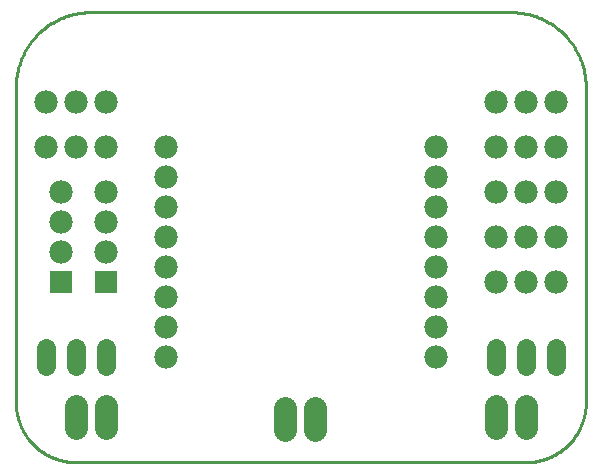
<source format=gbs>
G75*
%MOIN*%
%OFA0B0*%
%FSLAX25Y25*%
%IPPOS*%
%LPD*%
%AMOC8*
5,1,8,0,0,1.08239X$1,22.5*
%
%ADD10C,0.01000*%
%ADD11C,0.07800*%
%ADD12R,0.07800X0.07800*%
%ADD13C,0.07800*%
%ADD14C,0.06400*%
D10*
X0021800Y0011250D02*
X0171800Y0011250D01*
X0172283Y0011256D01*
X0172766Y0011273D01*
X0173249Y0011303D01*
X0173730Y0011343D01*
X0174211Y0011396D01*
X0174690Y0011460D01*
X0175167Y0011535D01*
X0175643Y0011623D01*
X0176116Y0011721D01*
X0176586Y0011831D01*
X0177054Y0011952D01*
X0177519Y0012085D01*
X0177980Y0012229D01*
X0178438Y0012384D01*
X0178892Y0012550D01*
X0179342Y0012727D01*
X0179787Y0012914D01*
X0180228Y0013113D01*
X0180664Y0013321D01*
X0181094Y0013541D01*
X0181520Y0013771D01*
X0181939Y0014011D01*
X0182353Y0014261D01*
X0182760Y0014521D01*
X0183161Y0014790D01*
X0183556Y0015070D01*
X0183943Y0015358D01*
X0184324Y0015657D01*
X0184697Y0015964D01*
X0185062Y0016280D01*
X0185420Y0016605D01*
X0185770Y0016938D01*
X0186112Y0017280D01*
X0186445Y0017630D01*
X0186770Y0017988D01*
X0187086Y0018353D01*
X0187393Y0018726D01*
X0187692Y0019107D01*
X0187980Y0019494D01*
X0188260Y0019889D01*
X0188529Y0020290D01*
X0188789Y0020697D01*
X0189039Y0021111D01*
X0189279Y0021530D01*
X0189509Y0021956D01*
X0189729Y0022386D01*
X0189937Y0022822D01*
X0190136Y0023263D01*
X0190323Y0023708D01*
X0190500Y0024158D01*
X0190666Y0024612D01*
X0190821Y0025070D01*
X0190965Y0025531D01*
X0191098Y0025996D01*
X0191219Y0026464D01*
X0191329Y0026934D01*
X0191427Y0027407D01*
X0191515Y0027883D01*
X0191590Y0028360D01*
X0191654Y0028839D01*
X0191707Y0029320D01*
X0191747Y0029801D01*
X0191777Y0030284D01*
X0191794Y0030767D01*
X0191800Y0031250D01*
X0191800Y0136250D01*
X0191793Y0136854D01*
X0191771Y0137458D01*
X0191734Y0138061D01*
X0191683Y0138663D01*
X0191618Y0139263D01*
X0191538Y0139862D01*
X0191443Y0140459D01*
X0191334Y0141053D01*
X0191211Y0141645D01*
X0191074Y0142233D01*
X0190922Y0142818D01*
X0190756Y0143399D01*
X0190576Y0143975D01*
X0190383Y0144548D01*
X0190175Y0145115D01*
X0189954Y0145677D01*
X0189720Y0146234D01*
X0189472Y0146785D01*
X0189211Y0147330D01*
X0188936Y0147868D01*
X0188649Y0148400D01*
X0188349Y0148924D01*
X0188037Y0149441D01*
X0187712Y0149950D01*
X0187375Y0150452D01*
X0187025Y0150945D01*
X0186664Y0151429D01*
X0186292Y0151905D01*
X0185908Y0152371D01*
X0185513Y0152828D01*
X0185107Y0153275D01*
X0184690Y0153713D01*
X0184263Y0154140D01*
X0183825Y0154557D01*
X0183378Y0154963D01*
X0182921Y0155358D01*
X0182455Y0155742D01*
X0181979Y0156114D01*
X0181495Y0156475D01*
X0181002Y0156825D01*
X0180500Y0157162D01*
X0179991Y0157487D01*
X0179474Y0157799D01*
X0178950Y0158099D01*
X0178418Y0158386D01*
X0177880Y0158661D01*
X0177335Y0158922D01*
X0176784Y0159170D01*
X0176227Y0159404D01*
X0175665Y0159625D01*
X0175098Y0159833D01*
X0174525Y0160026D01*
X0173949Y0160206D01*
X0173368Y0160372D01*
X0172783Y0160524D01*
X0172195Y0160661D01*
X0171603Y0160784D01*
X0171009Y0160893D01*
X0170412Y0160988D01*
X0169813Y0161068D01*
X0169213Y0161133D01*
X0168611Y0161184D01*
X0168008Y0161221D01*
X0167404Y0161243D01*
X0166800Y0161250D01*
X0026800Y0161250D01*
X0026196Y0161243D01*
X0025592Y0161221D01*
X0024989Y0161184D01*
X0024387Y0161133D01*
X0023787Y0161068D01*
X0023188Y0160988D01*
X0022591Y0160893D01*
X0021997Y0160784D01*
X0021405Y0160661D01*
X0020817Y0160524D01*
X0020232Y0160372D01*
X0019651Y0160206D01*
X0019075Y0160026D01*
X0018502Y0159833D01*
X0017935Y0159625D01*
X0017373Y0159404D01*
X0016816Y0159170D01*
X0016265Y0158922D01*
X0015720Y0158661D01*
X0015182Y0158386D01*
X0014650Y0158099D01*
X0014126Y0157799D01*
X0013609Y0157487D01*
X0013100Y0157162D01*
X0012598Y0156825D01*
X0012105Y0156475D01*
X0011621Y0156114D01*
X0011145Y0155742D01*
X0010679Y0155358D01*
X0010222Y0154963D01*
X0009775Y0154557D01*
X0009337Y0154140D01*
X0008910Y0153713D01*
X0008493Y0153275D01*
X0008087Y0152828D01*
X0007692Y0152371D01*
X0007308Y0151905D01*
X0006936Y0151429D01*
X0006575Y0150945D01*
X0006225Y0150452D01*
X0005888Y0149950D01*
X0005563Y0149441D01*
X0005251Y0148924D01*
X0004951Y0148400D01*
X0004664Y0147868D01*
X0004389Y0147330D01*
X0004128Y0146785D01*
X0003880Y0146234D01*
X0003646Y0145677D01*
X0003425Y0145115D01*
X0003217Y0144548D01*
X0003024Y0143975D01*
X0002844Y0143399D01*
X0002678Y0142818D01*
X0002526Y0142233D01*
X0002389Y0141645D01*
X0002266Y0141053D01*
X0002157Y0140459D01*
X0002062Y0139862D01*
X0001982Y0139263D01*
X0001917Y0138663D01*
X0001866Y0138061D01*
X0001829Y0137458D01*
X0001807Y0136854D01*
X0001800Y0136250D01*
X0001800Y0031250D01*
X0001806Y0030767D01*
X0001823Y0030284D01*
X0001853Y0029801D01*
X0001893Y0029320D01*
X0001946Y0028839D01*
X0002010Y0028360D01*
X0002085Y0027883D01*
X0002173Y0027407D01*
X0002271Y0026934D01*
X0002381Y0026464D01*
X0002502Y0025996D01*
X0002635Y0025531D01*
X0002779Y0025070D01*
X0002934Y0024612D01*
X0003100Y0024158D01*
X0003277Y0023708D01*
X0003464Y0023263D01*
X0003663Y0022822D01*
X0003871Y0022386D01*
X0004091Y0021956D01*
X0004321Y0021530D01*
X0004561Y0021111D01*
X0004811Y0020697D01*
X0005071Y0020290D01*
X0005340Y0019889D01*
X0005620Y0019494D01*
X0005908Y0019107D01*
X0006207Y0018726D01*
X0006514Y0018353D01*
X0006830Y0017988D01*
X0007155Y0017630D01*
X0007488Y0017280D01*
X0007830Y0016938D01*
X0008180Y0016605D01*
X0008538Y0016280D01*
X0008903Y0015964D01*
X0009276Y0015657D01*
X0009657Y0015358D01*
X0010044Y0015070D01*
X0010439Y0014790D01*
X0010840Y0014521D01*
X0011247Y0014261D01*
X0011661Y0014011D01*
X0012080Y0013771D01*
X0012506Y0013541D01*
X0012936Y0013321D01*
X0013372Y0013113D01*
X0013813Y0012914D01*
X0014258Y0012727D01*
X0014708Y0012550D01*
X0015162Y0012384D01*
X0015620Y0012229D01*
X0016081Y0012085D01*
X0016546Y0011952D01*
X0017014Y0011831D01*
X0017484Y0011721D01*
X0017957Y0011623D01*
X0018433Y0011535D01*
X0018910Y0011460D01*
X0019389Y0011396D01*
X0019870Y0011343D01*
X0020351Y0011303D01*
X0020834Y0011273D01*
X0021317Y0011256D01*
X0021800Y0011250D01*
D11*
X0051800Y0046250D03*
X0051800Y0056250D03*
X0051800Y0066250D03*
X0051800Y0076250D03*
X0051800Y0086250D03*
X0051800Y0096250D03*
X0051800Y0106250D03*
X0051800Y0116250D03*
X0031800Y0116250D03*
X0021800Y0116250D03*
X0011800Y0116250D03*
X0011800Y0131250D03*
X0021800Y0131250D03*
X0031800Y0131250D03*
X0031800Y0101250D03*
X0031800Y0091250D03*
X0031800Y0081250D03*
X0016800Y0081250D03*
X0016800Y0091250D03*
X0016800Y0101250D03*
X0141800Y0096250D03*
X0141800Y0106250D03*
X0141800Y0116250D03*
X0161800Y0116250D03*
X0171800Y0116250D03*
X0181800Y0116250D03*
X0181800Y0101250D03*
X0171800Y0101250D03*
X0161800Y0101250D03*
X0161800Y0086250D03*
X0171800Y0086250D03*
X0181800Y0086250D03*
X0181800Y0071250D03*
X0171800Y0071250D03*
X0161800Y0071250D03*
X0141800Y0066250D03*
X0141800Y0056250D03*
X0141800Y0046250D03*
X0141800Y0076250D03*
X0141800Y0086250D03*
X0161800Y0131250D03*
X0171800Y0131250D03*
X0181800Y0131250D03*
D12*
X0031800Y0071250D03*
X0016800Y0071250D03*
D13*
X0021800Y0029950D02*
X0021800Y0022550D01*
X0031800Y0022550D02*
X0031800Y0029950D01*
X0091682Y0029438D02*
X0091682Y0022038D01*
X0101682Y0022038D02*
X0101682Y0029438D01*
X0161800Y0029950D02*
X0161800Y0022550D01*
X0171800Y0022550D02*
X0171800Y0029950D01*
D14*
X0171800Y0043250D02*
X0171800Y0049250D01*
X0161800Y0049250D02*
X0161800Y0043250D01*
X0181800Y0043250D02*
X0181800Y0049250D01*
X0031800Y0049250D02*
X0031800Y0043250D01*
X0021800Y0043250D02*
X0021800Y0049250D01*
X0011800Y0049250D02*
X0011800Y0043250D01*
M02*

</source>
